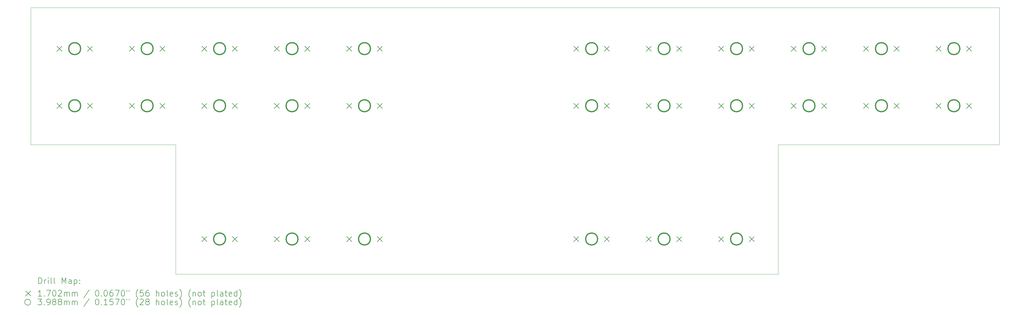
<source format=gbr>
%TF.GenerationSoftware,KiCad,Pcbnew,7.0.11*%
%TF.CreationDate,2024-06-12T14:29:25-04:00*%
%TF.ProjectId,StenoBoard,5374656e-6f42-46f6-9172-642e6b696361,rev?*%
%TF.SameCoordinates,Original*%
%TF.FileFunction,Drillmap*%
%TF.FilePolarity,Positive*%
%FSLAX45Y45*%
G04 Gerber Fmt 4.5, Leading zero omitted, Abs format (unit mm)*
G04 Created by KiCad (PCBNEW 7.0.11) date 2024-06-12 14:29:25*
%MOMM*%
%LPD*%
G01*
G04 APERTURE LIST*
%ADD10C,0.100000*%
%ADD11C,0.200000*%
%ADD12C,0.170180*%
%ADD13C,0.398780*%
G04 APERTURE END LIST*
D10*
X9144000Y-13208000D02*
X9144000Y-17526000D01*
X4318000Y-13208000D02*
X9144000Y-13208000D01*
X36576000Y-13208000D02*
X36576000Y-8636000D01*
X4318000Y-8890000D02*
X4318000Y-13208000D01*
X29210000Y-17526000D02*
X29210000Y-13208000D01*
X29210000Y-13208000D02*
X36576000Y-13208000D01*
X9144000Y-17526000D02*
X29210000Y-17526000D01*
X36576000Y-8636000D02*
X4318000Y-8636000D01*
X4318000Y-8636000D02*
X4318000Y-8890000D01*
D11*
D12*
X5185410Y-9918910D02*
X5355590Y-10089090D01*
X5355590Y-9918910D02*
X5185410Y-10089090D01*
X5185410Y-11823910D02*
X5355590Y-11994090D01*
X5355590Y-11823910D02*
X5185410Y-11994090D01*
X6201410Y-9918910D02*
X6371590Y-10089090D01*
X6371590Y-9918910D02*
X6201410Y-10089090D01*
X6201410Y-11823910D02*
X6371590Y-11994090D01*
X6371590Y-11823910D02*
X6201410Y-11994090D01*
X7598410Y-9918910D02*
X7768590Y-10089090D01*
X7768590Y-9918910D02*
X7598410Y-10089090D01*
X7598410Y-11823910D02*
X7768590Y-11994090D01*
X7768590Y-11823910D02*
X7598410Y-11994090D01*
X8614410Y-9918910D02*
X8784590Y-10089090D01*
X8784590Y-9918910D02*
X8614410Y-10089090D01*
X8614410Y-11823910D02*
X8784590Y-11994090D01*
X8784590Y-11823910D02*
X8614410Y-11994090D01*
X10011410Y-9918910D02*
X10181590Y-10089090D01*
X10181590Y-9918910D02*
X10011410Y-10089090D01*
X10011410Y-11823910D02*
X10181590Y-11994090D01*
X10181590Y-11823910D02*
X10011410Y-11994090D01*
X10011410Y-16268910D02*
X10181590Y-16439090D01*
X10181590Y-16268910D02*
X10011410Y-16439090D01*
X11027410Y-9918910D02*
X11197590Y-10089090D01*
X11197590Y-9918910D02*
X11027410Y-10089090D01*
X11027410Y-11823910D02*
X11197590Y-11994090D01*
X11197590Y-11823910D02*
X11027410Y-11994090D01*
X11027410Y-16268910D02*
X11197590Y-16439090D01*
X11197590Y-16268910D02*
X11027410Y-16439090D01*
X12424410Y-9918910D02*
X12594590Y-10089090D01*
X12594590Y-9918910D02*
X12424410Y-10089090D01*
X12424410Y-11823910D02*
X12594590Y-11994090D01*
X12594590Y-11823910D02*
X12424410Y-11994090D01*
X12424410Y-16268910D02*
X12594590Y-16439090D01*
X12594590Y-16268910D02*
X12424410Y-16439090D01*
X13440410Y-9918910D02*
X13610590Y-10089090D01*
X13610590Y-9918910D02*
X13440410Y-10089090D01*
X13440410Y-11823910D02*
X13610590Y-11994090D01*
X13610590Y-11823910D02*
X13440410Y-11994090D01*
X13440410Y-16268910D02*
X13610590Y-16439090D01*
X13610590Y-16268910D02*
X13440410Y-16439090D01*
X14837410Y-9918910D02*
X15007590Y-10089090D01*
X15007590Y-9918910D02*
X14837410Y-10089090D01*
X14837410Y-11823910D02*
X15007590Y-11994090D01*
X15007590Y-11823910D02*
X14837410Y-11994090D01*
X14837410Y-16268910D02*
X15007590Y-16439090D01*
X15007590Y-16268910D02*
X14837410Y-16439090D01*
X15853410Y-9918910D02*
X16023590Y-10089090D01*
X16023590Y-9918910D02*
X15853410Y-10089090D01*
X15853410Y-11823910D02*
X16023590Y-11994090D01*
X16023590Y-11823910D02*
X15853410Y-11994090D01*
X15853410Y-16268910D02*
X16023590Y-16439090D01*
X16023590Y-16268910D02*
X15853410Y-16439090D01*
X22401910Y-9918910D02*
X22572090Y-10089090D01*
X22572090Y-9918910D02*
X22401910Y-10089090D01*
X22401910Y-11823910D02*
X22572090Y-11994090D01*
X22572090Y-11823910D02*
X22401910Y-11994090D01*
X22401910Y-16268910D02*
X22572090Y-16439090D01*
X22572090Y-16268910D02*
X22401910Y-16439090D01*
X23417910Y-9918910D02*
X23588090Y-10089090D01*
X23588090Y-9918910D02*
X23417910Y-10089090D01*
X23417910Y-11823910D02*
X23588090Y-11994090D01*
X23588090Y-11823910D02*
X23417910Y-11994090D01*
X23417910Y-16268910D02*
X23588090Y-16439090D01*
X23588090Y-16268910D02*
X23417910Y-16439090D01*
X24814910Y-9918910D02*
X24985090Y-10089090D01*
X24985090Y-9918910D02*
X24814910Y-10089090D01*
X24814910Y-11823910D02*
X24985090Y-11994090D01*
X24985090Y-11823910D02*
X24814910Y-11994090D01*
X24814910Y-16268910D02*
X24985090Y-16439090D01*
X24985090Y-16268910D02*
X24814910Y-16439090D01*
X25830910Y-9918910D02*
X26001090Y-10089090D01*
X26001090Y-9918910D02*
X25830910Y-10089090D01*
X25830910Y-11823910D02*
X26001090Y-11994090D01*
X26001090Y-11823910D02*
X25830910Y-11994090D01*
X25830910Y-16268910D02*
X26001090Y-16439090D01*
X26001090Y-16268910D02*
X25830910Y-16439090D01*
X27227910Y-9918910D02*
X27398090Y-10089090D01*
X27398090Y-9918910D02*
X27227910Y-10089090D01*
X27227910Y-11823910D02*
X27398090Y-11994090D01*
X27398090Y-11823910D02*
X27227910Y-11994090D01*
X27227910Y-16268910D02*
X27398090Y-16439090D01*
X27398090Y-16268910D02*
X27227910Y-16439090D01*
X28243910Y-9918910D02*
X28414090Y-10089090D01*
X28414090Y-9918910D02*
X28243910Y-10089090D01*
X28243910Y-11823910D02*
X28414090Y-11994090D01*
X28414090Y-11823910D02*
X28243910Y-11994090D01*
X28243910Y-16268910D02*
X28414090Y-16439090D01*
X28414090Y-16268910D02*
X28243910Y-16439090D01*
X29640910Y-9918910D02*
X29811090Y-10089090D01*
X29811090Y-9918910D02*
X29640910Y-10089090D01*
X29640910Y-11823910D02*
X29811090Y-11994090D01*
X29811090Y-11823910D02*
X29640910Y-11994090D01*
X30656910Y-9918910D02*
X30827090Y-10089090D01*
X30827090Y-9918910D02*
X30656910Y-10089090D01*
X30656910Y-11823910D02*
X30827090Y-11994090D01*
X30827090Y-11823910D02*
X30656910Y-11994090D01*
X32053910Y-9918910D02*
X32224090Y-10089090D01*
X32224090Y-9918910D02*
X32053910Y-10089090D01*
X32053910Y-11823910D02*
X32224090Y-11994090D01*
X32224090Y-11823910D02*
X32053910Y-11994090D01*
X33069910Y-9918910D02*
X33240090Y-10089090D01*
X33240090Y-9918910D02*
X33069910Y-10089090D01*
X33069910Y-11823910D02*
X33240090Y-11994090D01*
X33240090Y-11823910D02*
X33069910Y-11994090D01*
X34466910Y-9918910D02*
X34637090Y-10089090D01*
X34637090Y-9918910D02*
X34466910Y-10089090D01*
X34466910Y-11823910D02*
X34637090Y-11994090D01*
X34637090Y-11823910D02*
X34466910Y-11994090D01*
X35482910Y-9918910D02*
X35653090Y-10089090D01*
X35653090Y-9918910D02*
X35482910Y-10089090D01*
X35482910Y-11823910D02*
X35653090Y-11994090D01*
X35653090Y-11823910D02*
X35482910Y-11994090D01*
D13*
X5977890Y-10004000D02*
G75*
G03*
X5579110Y-10004000I-199390J0D01*
G01*
X5579110Y-10004000D02*
G75*
G03*
X5977890Y-10004000I199390J0D01*
G01*
X5977890Y-11909000D02*
G75*
G03*
X5579110Y-11909000I-199390J0D01*
G01*
X5579110Y-11909000D02*
G75*
G03*
X5977890Y-11909000I199390J0D01*
G01*
X8390890Y-10004000D02*
G75*
G03*
X7992110Y-10004000I-199390J0D01*
G01*
X7992110Y-10004000D02*
G75*
G03*
X8390890Y-10004000I199390J0D01*
G01*
X8390890Y-11909000D02*
G75*
G03*
X7992110Y-11909000I-199390J0D01*
G01*
X7992110Y-11909000D02*
G75*
G03*
X8390890Y-11909000I199390J0D01*
G01*
X10803890Y-10004000D02*
G75*
G03*
X10405110Y-10004000I-199390J0D01*
G01*
X10405110Y-10004000D02*
G75*
G03*
X10803890Y-10004000I199390J0D01*
G01*
X10803890Y-11909000D02*
G75*
G03*
X10405110Y-11909000I-199390J0D01*
G01*
X10405110Y-11909000D02*
G75*
G03*
X10803890Y-11909000I199390J0D01*
G01*
X10803890Y-16354000D02*
G75*
G03*
X10405110Y-16354000I-199390J0D01*
G01*
X10405110Y-16354000D02*
G75*
G03*
X10803890Y-16354000I199390J0D01*
G01*
X13216890Y-10004000D02*
G75*
G03*
X12818110Y-10004000I-199390J0D01*
G01*
X12818110Y-10004000D02*
G75*
G03*
X13216890Y-10004000I199390J0D01*
G01*
X13216890Y-11909000D02*
G75*
G03*
X12818110Y-11909000I-199390J0D01*
G01*
X12818110Y-11909000D02*
G75*
G03*
X13216890Y-11909000I199390J0D01*
G01*
X13216890Y-16354000D02*
G75*
G03*
X12818110Y-16354000I-199390J0D01*
G01*
X12818110Y-16354000D02*
G75*
G03*
X13216890Y-16354000I199390J0D01*
G01*
X15629890Y-10004000D02*
G75*
G03*
X15231110Y-10004000I-199390J0D01*
G01*
X15231110Y-10004000D02*
G75*
G03*
X15629890Y-10004000I199390J0D01*
G01*
X15629890Y-11909000D02*
G75*
G03*
X15231110Y-11909000I-199390J0D01*
G01*
X15231110Y-11909000D02*
G75*
G03*
X15629890Y-11909000I199390J0D01*
G01*
X15629890Y-16354000D02*
G75*
G03*
X15231110Y-16354000I-199390J0D01*
G01*
X15231110Y-16354000D02*
G75*
G03*
X15629890Y-16354000I199390J0D01*
G01*
X23194390Y-10004000D02*
G75*
G03*
X22795610Y-10004000I-199390J0D01*
G01*
X22795610Y-10004000D02*
G75*
G03*
X23194390Y-10004000I199390J0D01*
G01*
X23194390Y-11909000D02*
G75*
G03*
X22795610Y-11909000I-199390J0D01*
G01*
X22795610Y-11909000D02*
G75*
G03*
X23194390Y-11909000I199390J0D01*
G01*
X23194390Y-16354000D02*
G75*
G03*
X22795610Y-16354000I-199390J0D01*
G01*
X22795610Y-16354000D02*
G75*
G03*
X23194390Y-16354000I199390J0D01*
G01*
X25607390Y-10004000D02*
G75*
G03*
X25208610Y-10004000I-199390J0D01*
G01*
X25208610Y-10004000D02*
G75*
G03*
X25607390Y-10004000I199390J0D01*
G01*
X25607390Y-11909000D02*
G75*
G03*
X25208610Y-11909000I-199390J0D01*
G01*
X25208610Y-11909000D02*
G75*
G03*
X25607390Y-11909000I199390J0D01*
G01*
X25607390Y-16354000D02*
G75*
G03*
X25208610Y-16354000I-199390J0D01*
G01*
X25208610Y-16354000D02*
G75*
G03*
X25607390Y-16354000I199390J0D01*
G01*
X28020390Y-10004000D02*
G75*
G03*
X27621610Y-10004000I-199390J0D01*
G01*
X27621610Y-10004000D02*
G75*
G03*
X28020390Y-10004000I199390J0D01*
G01*
X28020390Y-11909000D02*
G75*
G03*
X27621610Y-11909000I-199390J0D01*
G01*
X27621610Y-11909000D02*
G75*
G03*
X28020390Y-11909000I199390J0D01*
G01*
X28020390Y-16354000D02*
G75*
G03*
X27621610Y-16354000I-199390J0D01*
G01*
X27621610Y-16354000D02*
G75*
G03*
X28020390Y-16354000I199390J0D01*
G01*
X30433390Y-10004000D02*
G75*
G03*
X30034610Y-10004000I-199390J0D01*
G01*
X30034610Y-10004000D02*
G75*
G03*
X30433390Y-10004000I199390J0D01*
G01*
X30433390Y-11909000D02*
G75*
G03*
X30034610Y-11909000I-199390J0D01*
G01*
X30034610Y-11909000D02*
G75*
G03*
X30433390Y-11909000I199390J0D01*
G01*
X32846390Y-10004000D02*
G75*
G03*
X32447610Y-10004000I-199390J0D01*
G01*
X32447610Y-10004000D02*
G75*
G03*
X32846390Y-10004000I199390J0D01*
G01*
X32846390Y-11909000D02*
G75*
G03*
X32447610Y-11909000I-199390J0D01*
G01*
X32447610Y-11909000D02*
G75*
G03*
X32846390Y-11909000I199390J0D01*
G01*
X35259390Y-10004000D02*
G75*
G03*
X34860610Y-10004000I-199390J0D01*
G01*
X34860610Y-10004000D02*
G75*
G03*
X35259390Y-10004000I199390J0D01*
G01*
X35259390Y-11909000D02*
G75*
G03*
X34860610Y-11909000I-199390J0D01*
G01*
X34860610Y-11909000D02*
G75*
G03*
X35259390Y-11909000I199390J0D01*
G01*
D11*
X4573777Y-17842484D02*
X4573777Y-17642484D01*
X4573777Y-17642484D02*
X4621396Y-17642484D01*
X4621396Y-17642484D02*
X4649967Y-17652008D01*
X4649967Y-17652008D02*
X4669015Y-17671055D01*
X4669015Y-17671055D02*
X4678539Y-17690103D01*
X4678539Y-17690103D02*
X4688063Y-17728198D01*
X4688063Y-17728198D02*
X4688063Y-17756770D01*
X4688063Y-17756770D02*
X4678539Y-17794865D01*
X4678539Y-17794865D02*
X4669015Y-17813912D01*
X4669015Y-17813912D02*
X4649967Y-17832960D01*
X4649967Y-17832960D02*
X4621396Y-17842484D01*
X4621396Y-17842484D02*
X4573777Y-17842484D01*
X4773777Y-17842484D02*
X4773777Y-17709150D01*
X4773777Y-17747246D02*
X4783301Y-17728198D01*
X4783301Y-17728198D02*
X4792824Y-17718674D01*
X4792824Y-17718674D02*
X4811872Y-17709150D01*
X4811872Y-17709150D02*
X4830920Y-17709150D01*
X4897586Y-17842484D02*
X4897586Y-17709150D01*
X4897586Y-17642484D02*
X4888063Y-17652008D01*
X4888063Y-17652008D02*
X4897586Y-17661531D01*
X4897586Y-17661531D02*
X4907110Y-17652008D01*
X4907110Y-17652008D02*
X4897586Y-17642484D01*
X4897586Y-17642484D02*
X4897586Y-17661531D01*
X5021396Y-17842484D02*
X5002348Y-17832960D01*
X5002348Y-17832960D02*
X4992824Y-17813912D01*
X4992824Y-17813912D02*
X4992824Y-17642484D01*
X5126158Y-17842484D02*
X5107110Y-17832960D01*
X5107110Y-17832960D02*
X5097586Y-17813912D01*
X5097586Y-17813912D02*
X5097586Y-17642484D01*
X5354729Y-17842484D02*
X5354729Y-17642484D01*
X5354729Y-17642484D02*
X5421396Y-17785341D01*
X5421396Y-17785341D02*
X5488063Y-17642484D01*
X5488063Y-17642484D02*
X5488063Y-17842484D01*
X5669015Y-17842484D02*
X5669015Y-17737722D01*
X5669015Y-17737722D02*
X5659491Y-17718674D01*
X5659491Y-17718674D02*
X5640443Y-17709150D01*
X5640443Y-17709150D02*
X5602348Y-17709150D01*
X5602348Y-17709150D02*
X5583301Y-17718674D01*
X5669015Y-17832960D02*
X5649967Y-17842484D01*
X5649967Y-17842484D02*
X5602348Y-17842484D01*
X5602348Y-17842484D02*
X5583301Y-17832960D01*
X5583301Y-17832960D02*
X5573777Y-17813912D01*
X5573777Y-17813912D02*
X5573777Y-17794865D01*
X5573777Y-17794865D02*
X5583301Y-17775817D01*
X5583301Y-17775817D02*
X5602348Y-17766293D01*
X5602348Y-17766293D02*
X5649967Y-17766293D01*
X5649967Y-17766293D02*
X5669015Y-17756770D01*
X5764253Y-17709150D02*
X5764253Y-17909150D01*
X5764253Y-17718674D02*
X5783301Y-17709150D01*
X5783301Y-17709150D02*
X5821396Y-17709150D01*
X5821396Y-17709150D02*
X5840443Y-17718674D01*
X5840443Y-17718674D02*
X5849967Y-17728198D01*
X5849967Y-17728198D02*
X5859491Y-17747246D01*
X5859491Y-17747246D02*
X5859491Y-17804389D01*
X5859491Y-17804389D02*
X5849967Y-17823436D01*
X5849967Y-17823436D02*
X5840443Y-17832960D01*
X5840443Y-17832960D02*
X5821396Y-17842484D01*
X5821396Y-17842484D02*
X5783301Y-17842484D01*
X5783301Y-17842484D02*
X5764253Y-17832960D01*
X5945205Y-17823436D02*
X5954729Y-17832960D01*
X5954729Y-17832960D02*
X5945205Y-17842484D01*
X5945205Y-17842484D02*
X5935682Y-17832960D01*
X5935682Y-17832960D02*
X5945205Y-17823436D01*
X5945205Y-17823436D02*
X5945205Y-17842484D01*
X5945205Y-17718674D02*
X5954729Y-17728198D01*
X5954729Y-17728198D02*
X5945205Y-17737722D01*
X5945205Y-17737722D02*
X5935682Y-17728198D01*
X5935682Y-17728198D02*
X5945205Y-17718674D01*
X5945205Y-17718674D02*
X5945205Y-17737722D01*
D12*
X4142820Y-18085910D02*
X4313000Y-18256090D01*
X4313000Y-18085910D02*
X4142820Y-18256090D01*
D11*
X4678539Y-18262484D02*
X4564253Y-18262484D01*
X4621396Y-18262484D02*
X4621396Y-18062484D01*
X4621396Y-18062484D02*
X4602348Y-18091055D01*
X4602348Y-18091055D02*
X4583301Y-18110103D01*
X4583301Y-18110103D02*
X4564253Y-18119627D01*
X4764253Y-18243436D02*
X4773777Y-18252960D01*
X4773777Y-18252960D02*
X4764253Y-18262484D01*
X4764253Y-18262484D02*
X4754729Y-18252960D01*
X4754729Y-18252960D02*
X4764253Y-18243436D01*
X4764253Y-18243436D02*
X4764253Y-18262484D01*
X4840444Y-18062484D02*
X4973777Y-18062484D01*
X4973777Y-18062484D02*
X4888063Y-18262484D01*
X5088063Y-18062484D02*
X5107110Y-18062484D01*
X5107110Y-18062484D02*
X5126158Y-18072008D01*
X5126158Y-18072008D02*
X5135682Y-18081531D01*
X5135682Y-18081531D02*
X5145205Y-18100579D01*
X5145205Y-18100579D02*
X5154729Y-18138674D01*
X5154729Y-18138674D02*
X5154729Y-18186293D01*
X5154729Y-18186293D02*
X5145205Y-18224389D01*
X5145205Y-18224389D02*
X5135682Y-18243436D01*
X5135682Y-18243436D02*
X5126158Y-18252960D01*
X5126158Y-18252960D02*
X5107110Y-18262484D01*
X5107110Y-18262484D02*
X5088063Y-18262484D01*
X5088063Y-18262484D02*
X5069015Y-18252960D01*
X5069015Y-18252960D02*
X5059491Y-18243436D01*
X5059491Y-18243436D02*
X5049967Y-18224389D01*
X5049967Y-18224389D02*
X5040444Y-18186293D01*
X5040444Y-18186293D02*
X5040444Y-18138674D01*
X5040444Y-18138674D02*
X5049967Y-18100579D01*
X5049967Y-18100579D02*
X5059491Y-18081531D01*
X5059491Y-18081531D02*
X5069015Y-18072008D01*
X5069015Y-18072008D02*
X5088063Y-18062484D01*
X5230920Y-18081531D02*
X5240444Y-18072008D01*
X5240444Y-18072008D02*
X5259491Y-18062484D01*
X5259491Y-18062484D02*
X5307110Y-18062484D01*
X5307110Y-18062484D02*
X5326158Y-18072008D01*
X5326158Y-18072008D02*
X5335682Y-18081531D01*
X5335682Y-18081531D02*
X5345205Y-18100579D01*
X5345205Y-18100579D02*
X5345205Y-18119627D01*
X5345205Y-18119627D02*
X5335682Y-18148198D01*
X5335682Y-18148198D02*
X5221396Y-18262484D01*
X5221396Y-18262484D02*
X5345205Y-18262484D01*
X5430920Y-18262484D02*
X5430920Y-18129150D01*
X5430920Y-18148198D02*
X5440444Y-18138674D01*
X5440444Y-18138674D02*
X5459491Y-18129150D01*
X5459491Y-18129150D02*
X5488063Y-18129150D01*
X5488063Y-18129150D02*
X5507110Y-18138674D01*
X5507110Y-18138674D02*
X5516634Y-18157722D01*
X5516634Y-18157722D02*
X5516634Y-18262484D01*
X5516634Y-18157722D02*
X5526158Y-18138674D01*
X5526158Y-18138674D02*
X5545205Y-18129150D01*
X5545205Y-18129150D02*
X5573777Y-18129150D01*
X5573777Y-18129150D02*
X5592824Y-18138674D01*
X5592824Y-18138674D02*
X5602348Y-18157722D01*
X5602348Y-18157722D02*
X5602348Y-18262484D01*
X5697586Y-18262484D02*
X5697586Y-18129150D01*
X5697586Y-18148198D02*
X5707110Y-18138674D01*
X5707110Y-18138674D02*
X5726158Y-18129150D01*
X5726158Y-18129150D02*
X5754729Y-18129150D01*
X5754729Y-18129150D02*
X5773777Y-18138674D01*
X5773777Y-18138674D02*
X5783301Y-18157722D01*
X5783301Y-18157722D02*
X5783301Y-18262484D01*
X5783301Y-18157722D02*
X5792824Y-18138674D01*
X5792824Y-18138674D02*
X5811872Y-18129150D01*
X5811872Y-18129150D02*
X5840443Y-18129150D01*
X5840443Y-18129150D02*
X5859491Y-18138674D01*
X5859491Y-18138674D02*
X5869015Y-18157722D01*
X5869015Y-18157722D02*
X5869015Y-18262484D01*
X6259491Y-18052960D02*
X6088063Y-18310103D01*
X6516634Y-18062484D02*
X6535682Y-18062484D01*
X6535682Y-18062484D02*
X6554729Y-18072008D01*
X6554729Y-18072008D02*
X6564253Y-18081531D01*
X6564253Y-18081531D02*
X6573777Y-18100579D01*
X6573777Y-18100579D02*
X6583301Y-18138674D01*
X6583301Y-18138674D02*
X6583301Y-18186293D01*
X6583301Y-18186293D02*
X6573777Y-18224389D01*
X6573777Y-18224389D02*
X6564253Y-18243436D01*
X6564253Y-18243436D02*
X6554729Y-18252960D01*
X6554729Y-18252960D02*
X6535682Y-18262484D01*
X6535682Y-18262484D02*
X6516634Y-18262484D01*
X6516634Y-18262484D02*
X6497586Y-18252960D01*
X6497586Y-18252960D02*
X6488063Y-18243436D01*
X6488063Y-18243436D02*
X6478539Y-18224389D01*
X6478539Y-18224389D02*
X6469015Y-18186293D01*
X6469015Y-18186293D02*
X6469015Y-18138674D01*
X6469015Y-18138674D02*
X6478539Y-18100579D01*
X6478539Y-18100579D02*
X6488063Y-18081531D01*
X6488063Y-18081531D02*
X6497586Y-18072008D01*
X6497586Y-18072008D02*
X6516634Y-18062484D01*
X6669015Y-18243436D02*
X6678539Y-18252960D01*
X6678539Y-18252960D02*
X6669015Y-18262484D01*
X6669015Y-18262484D02*
X6659491Y-18252960D01*
X6659491Y-18252960D02*
X6669015Y-18243436D01*
X6669015Y-18243436D02*
X6669015Y-18262484D01*
X6802348Y-18062484D02*
X6821396Y-18062484D01*
X6821396Y-18062484D02*
X6840444Y-18072008D01*
X6840444Y-18072008D02*
X6849967Y-18081531D01*
X6849967Y-18081531D02*
X6859491Y-18100579D01*
X6859491Y-18100579D02*
X6869015Y-18138674D01*
X6869015Y-18138674D02*
X6869015Y-18186293D01*
X6869015Y-18186293D02*
X6859491Y-18224389D01*
X6859491Y-18224389D02*
X6849967Y-18243436D01*
X6849967Y-18243436D02*
X6840444Y-18252960D01*
X6840444Y-18252960D02*
X6821396Y-18262484D01*
X6821396Y-18262484D02*
X6802348Y-18262484D01*
X6802348Y-18262484D02*
X6783301Y-18252960D01*
X6783301Y-18252960D02*
X6773777Y-18243436D01*
X6773777Y-18243436D02*
X6764253Y-18224389D01*
X6764253Y-18224389D02*
X6754729Y-18186293D01*
X6754729Y-18186293D02*
X6754729Y-18138674D01*
X6754729Y-18138674D02*
X6764253Y-18100579D01*
X6764253Y-18100579D02*
X6773777Y-18081531D01*
X6773777Y-18081531D02*
X6783301Y-18072008D01*
X6783301Y-18072008D02*
X6802348Y-18062484D01*
X7040444Y-18062484D02*
X7002348Y-18062484D01*
X7002348Y-18062484D02*
X6983301Y-18072008D01*
X6983301Y-18072008D02*
X6973777Y-18081531D01*
X6973777Y-18081531D02*
X6954729Y-18110103D01*
X6954729Y-18110103D02*
X6945206Y-18148198D01*
X6945206Y-18148198D02*
X6945206Y-18224389D01*
X6945206Y-18224389D02*
X6954729Y-18243436D01*
X6954729Y-18243436D02*
X6964253Y-18252960D01*
X6964253Y-18252960D02*
X6983301Y-18262484D01*
X6983301Y-18262484D02*
X7021396Y-18262484D01*
X7021396Y-18262484D02*
X7040444Y-18252960D01*
X7040444Y-18252960D02*
X7049967Y-18243436D01*
X7049967Y-18243436D02*
X7059491Y-18224389D01*
X7059491Y-18224389D02*
X7059491Y-18176770D01*
X7059491Y-18176770D02*
X7049967Y-18157722D01*
X7049967Y-18157722D02*
X7040444Y-18148198D01*
X7040444Y-18148198D02*
X7021396Y-18138674D01*
X7021396Y-18138674D02*
X6983301Y-18138674D01*
X6983301Y-18138674D02*
X6964253Y-18148198D01*
X6964253Y-18148198D02*
X6954729Y-18157722D01*
X6954729Y-18157722D02*
X6945206Y-18176770D01*
X7126158Y-18062484D02*
X7259491Y-18062484D01*
X7259491Y-18062484D02*
X7173777Y-18262484D01*
X7373777Y-18062484D02*
X7392825Y-18062484D01*
X7392825Y-18062484D02*
X7411872Y-18072008D01*
X7411872Y-18072008D02*
X7421396Y-18081531D01*
X7421396Y-18081531D02*
X7430920Y-18100579D01*
X7430920Y-18100579D02*
X7440444Y-18138674D01*
X7440444Y-18138674D02*
X7440444Y-18186293D01*
X7440444Y-18186293D02*
X7430920Y-18224389D01*
X7430920Y-18224389D02*
X7421396Y-18243436D01*
X7421396Y-18243436D02*
X7411872Y-18252960D01*
X7411872Y-18252960D02*
X7392825Y-18262484D01*
X7392825Y-18262484D02*
X7373777Y-18262484D01*
X7373777Y-18262484D02*
X7354729Y-18252960D01*
X7354729Y-18252960D02*
X7345206Y-18243436D01*
X7345206Y-18243436D02*
X7335682Y-18224389D01*
X7335682Y-18224389D02*
X7326158Y-18186293D01*
X7326158Y-18186293D02*
X7326158Y-18138674D01*
X7326158Y-18138674D02*
X7335682Y-18100579D01*
X7335682Y-18100579D02*
X7345206Y-18081531D01*
X7345206Y-18081531D02*
X7354729Y-18072008D01*
X7354729Y-18072008D02*
X7373777Y-18062484D01*
X7516634Y-18062484D02*
X7516634Y-18100579D01*
X7592825Y-18062484D02*
X7592825Y-18100579D01*
X7888063Y-18338674D02*
X7878539Y-18329150D01*
X7878539Y-18329150D02*
X7859491Y-18300579D01*
X7859491Y-18300579D02*
X7849968Y-18281531D01*
X7849968Y-18281531D02*
X7840444Y-18252960D01*
X7840444Y-18252960D02*
X7830920Y-18205341D01*
X7830920Y-18205341D02*
X7830920Y-18167246D01*
X7830920Y-18167246D02*
X7840444Y-18119627D01*
X7840444Y-18119627D02*
X7849968Y-18091055D01*
X7849968Y-18091055D02*
X7859491Y-18072008D01*
X7859491Y-18072008D02*
X7878539Y-18043436D01*
X7878539Y-18043436D02*
X7888063Y-18033912D01*
X8059491Y-18062484D02*
X7964253Y-18062484D01*
X7964253Y-18062484D02*
X7954729Y-18157722D01*
X7954729Y-18157722D02*
X7964253Y-18148198D01*
X7964253Y-18148198D02*
X7983301Y-18138674D01*
X7983301Y-18138674D02*
X8030920Y-18138674D01*
X8030920Y-18138674D02*
X8049968Y-18148198D01*
X8049968Y-18148198D02*
X8059491Y-18157722D01*
X8059491Y-18157722D02*
X8069015Y-18176770D01*
X8069015Y-18176770D02*
X8069015Y-18224389D01*
X8069015Y-18224389D02*
X8059491Y-18243436D01*
X8059491Y-18243436D02*
X8049968Y-18252960D01*
X8049968Y-18252960D02*
X8030920Y-18262484D01*
X8030920Y-18262484D02*
X7983301Y-18262484D01*
X7983301Y-18262484D02*
X7964253Y-18252960D01*
X7964253Y-18252960D02*
X7954729Y-18243436D01*
X8240444Y-18062484D02*
X8202348Y-18062484D01*
X8202348Y-18062484D02*
X8183301Y-18072008D01*
X8183301Y-18072008D02*
X8173777Y-18081531D01*
X8173777Y-18081531D02*
X8154729Y-18110103D01*
X8154729Y-18110103D02*
X8145206Y-18148198D01*
X8145206Y-18148198D02*
X8145206Y-18224389D01*
X8145206Y-18224389D02*
X8154729Y-18243436D01*
X8154729Y-18243436D02*
X8164253Y-18252960D01*
X8164253Y-18252960D02*
X8183301Y-18262484D01*
X8183301Y-18262484D02*
X8221396Y-18262484D01*
X8221396Y-18262484D02*
X8240444Y-18252960D01*
X8240444Y-18252960D02*
X8249968Y-18243436D01*
X8249968Y-18243436D02*
X8259491Y-18224389D01*
X8259491Y-18224389D02*
X8259491Y-18176770D01*
X8259491Y-18176770D02*
X8249968Y-18157722D01*
X8249968Y-18157722D02*
X8240444Y-18148198D01*
X8240444Y-18148198D02*
X8221396Y-18138674D01*
X8221396Y-18138674D02*
X8183301Y-18138674D01*
X8183301Y-18138674D02*
X8164253Y-18148198D01*
X8164253Y-18148198D02*
X8154729Y-18157722D01*
X8154729Y-18157722D02*
X8145206Y-18176770D01*
X8497587Y-18262484D02*
X8497587Y-18062484D01*
X8583301Y-18262484D02*
X8583301Y-18157722D01*
X8583301Y-18157722D02*
X8573777Y-18138674D01*
X8573777Y-18138674D02*
X8554730Y-18129150D01*
X8554730Y-18129150D02*
X8526158Y-18129150D01*
X8526158Y-18129150D02*
X8507111Y-18138674D01*
X8507111Y-18138674D02*
X8497587Y-18148198D01*
X8707111Y-18262484D02*
X8688063Y-18252960D01*
X8688063Y-18252960D02*
X8678539Y-18243436D01*
X8678539Y-18243436D02*
X8669015Y-18224389D01*
X8669015Y-18224389D02*
X8669015Y-18167246D01*
X8669015Y-18167246D02*
X8678539Y-18148198D01*
X8678539Y-18148198D02*
X8688063Y-18138674D01*
X8688063Y-18138674D02*
X8707111Y-18129150D01*
X8707111Y-18129150D02*
X8735682Y-18129150D01*
X8735682Y-18129150D02*
X8754730Y-18138674D01*
X8754730Y-18138674D02*
X8764253Y-18148198D01*
X8764253Y-18148198D02*
X8773777Y-18167246D01*
X8773777Y-18167246D02*
X8773777Y-18224389D01*
X8773777Y-18224389D02*
X8764253Y-18243436D01*
X8764253Y-18243436D02*
X8754730Y-18252960D01*
X8754730Y-18252960D02*
X8735682Y-18262484D01*
X8735682Y-18262484D02*
X8707111Y-18262484D01*
X8888063Y-18262484D02*
X8869015Y-18252960D01*
X8869015Y-18252960D02*
X8859492Y-18233912D01*
X8859492Y-18233912D02*
X8859492Y-18062484D01*
X9040444Y-18252960D02*
X9021396Y-18262484D01*
X9021396Y-18262484D02*
X8983301Y-18262484D01*
X8983301Y-18262484D02*
X8964253Y-18252960D01*
X8964253Y-18252960D02*
X8954730Y-18233912D01*
X8954730Y-18233912D02*
X8954730Y-18157722D01*
X8954730Y-18157722D02*
X8964253Y-18138674D01*
X8964253Y-18138674D02*
X8983301Y-18129150D01*
X8983301Y-18129150D02*
X9021396Y-18129150D01*
X9021396Y-18129150D02*
X9040444Y-18138674D01*
X9040444Y-18138674D02*
X9049968Y-18157722D01*
X9049968Y-18157722D02*
X9049968Y-18176770D01*
X9049968Y-18176770D02*
X8954730Y-18195817D01*
X9126158Y-18252960D02*
X9145206Y-18262484D01*
X9145206Y-18262484D02*
X9183301Y-18262484D01*
X9183301Y-18262484D02*
X9202349Y-18252960D01*
X9202349Y-18252960D02*
X9211873Y-18233912D01*
X9211873Y-18233912D02*
X9211873Y-18224389D01*
X9211873Y-18224389D02*
X9202349Y-18205341D01*
X9202349Y-18205341D02*
X9183301Y-18195817D01*
X9183301Y-18195817D02*
X9154730Y-18195817D01*
X9154730Y-18195817D02*
X9135682Y-18186293D01*
X9135682Y-18186293D02*
X9126158Y-18167246D01*
X9126158Y-18167246D02*
X9126158Y-18157722D01*
X9126158Y-18157722D02*
X9135682Y-18138674D01*
X9135682Y-18138674D02*
X9154730Y-18129150D01*
X9154730Y-18129150D02*
X9183301Y-18129150D01*
X9183301Y-18129150D02*
X9202349Y-18138674D01*
X9278539Y-18338674D02*
X9288063Y-18329150D01*
X9288063Y-18329150D02*
X9307111Y-18300579D01*
X9307111Y-18300579D02*
X9316634Y-18281531D01*
X9316634Y-18281531D02*
X9326158Y-18252960D01*
X9326158Y-18252960D02*
X9335682Y-18205341D01*
X9335682Y-18205341D02*
X9335682Y-18167246D01*
X9335682Y-18167246D02*
X9326158Y-18119627D01*
X9326158Y-18119627D02*
X9316634Y-18091055D01*
X9316634Y-18091055D02*
X9307111Y-18072008D01*
X9307111Y-18072008D02*
X9288063Y-18043436D01*
X9288063Y-18043436D02*
X9278539Y-18033912D01*
X9640444Y-18338674D02*
X9630920Y-18329150D01*
X9630920Y-18329150D02*
X9611873Y-18300579D01*
X9611873Y-18300579D02*
X9602349Y-18281531D01*
X9602349Y-18281531D02*
X9592825Y-18252960D01*
X9592825Y-18252960D02*
X9583301Y-18205341D01*
X9583301Y-18205341D02*
X9583301Y-18167246D01*
X9583301Y-18167246D02*
X9592825Y-18119627D01*
X9592825Y-18119627D02*
X9602349Y-18091055D01*
X9602349Y-18091055D02*
X9611873Y-18072008D01*
X9611873Y-18072008D02*
X9630920Y-18043436D01*
X9630920Y-18043436D02*
X9640444Y-18033912D01*
X9716634Y-18129150D02*
X9716634Y-18262484D01*
X9716634Y-18148198D02*
X9726158Y-18138674D01*
X9726158Y-18138674D02*
X9745206Y-18129150D01*
X9745206Y-18129150D02*
X9773777Y-18129150D01*
X9773777Y-18129150D02*
X9792825Y-18138674D01*
X9792825Y-18138674D02*
X9802349Y-18157722D01*
X9802349Y-18157722D02*
X9802349Y-18262484D01*
X9926158Y-18262484D02*
X9907111Y-18252960D01*
X9907111Y-18252960D02*
X9897587Y-18243436D01*
X9897587Y-18243436D02*
X9888063Y-18224389D01*
X9888063Y-18224389D02*
X9888063Y-18167246D01*
X9888063Y-18167246D02*
X9897587Y-18148198D01*
X9897587Y-18148198D02*
X9907111Y-18138674D01*
X9907111Y-18138674D02*
X9926158Y-18129150D01*
X9926158Y-18129150D02*
X9954730Y-18129150D01*
X9954730Y-18129150D02*
X9973777Y-18138674D01*
X9973777Y-18138674D02*
X9983301Y-18148198D01*
X9983301Y-18148198D02*
X9992825Y-18167246D01*
X9992825Y-18167246D02*
X9992825Y-18224389D01*
X9992825Y-18224389D02*
X9983301Y-18243436D01*
X9983301Y-18243436D02*
X9973777Y-18252960D01*
X9973777Y-18252960D02*
X9954730Y-18262484D01*
X9954730Y-18262484D02*
X9926158Y-18262484D01*
X10049968Y-18129150D02*
X10126158Y-18129150D01*
X10078539Y-18062484D02*
X10078539Y-18233912D01*
X10078539Y-18233912D02*
X10088063Y-18252960D01*
X10088063Y-18252960D02*
X10107111Y-18262484D01*
X10107111Y-18262484D02*
X10126158Y-18262484D01*
X10345206Y-18129150D02*
X10345206Y-18329150D01*
X10345206Y-18138674D02*
X10364254Y-18129150D01*
X10364254Y-18129150D02*
X10402349Y-18129150D01*
X10402349Y-18129150D02*
X10421396Y-18138674D01*
X10421396Y-18138674D02*
X10430920Y-18148198D01*
X10430920Y-18148198D02*
X10440444Y-18167246D01*
X10440444Y-18167246D02*
X10440444Y-18224389D01*
X10440444Y-18224389D02*
X10430920Y-18243436D01*
X10430920Y-18243436D02*
X10421396Y-18252960D01*
X10421396Y-18252960D02*
X10402349Y-18262484D01*
X10402349Y-18262484D02*
X10364254Y-18262484D01*
X10364254Y-18262484D02*
X10345206Y-18252960D01*
X10554730Y-18262484D02*
X10535682Y-18252960D01*
X10535682Y-18252960D02*
X10526158Y-18233912D01*
X10526158Y-18233912D02*
X10526158Y-18062484D01*
X10716635Y-18262484D02*
X10716635Y-18157722D01*
X10716635Y-18157722D02*
X10707111Y-18138674D01*
X10707111Y-18138674D02*
X10688063Y-18129150D01*
X10688063Y-18129150D02*
X10649968Y-18129150D01*
X10649968Y-18129150D02*
X10630920Y-18138674D01*
X10716635Y-18252960D02*
X10697587Y-18262484D01*
X10697587Y-18262484D02*
X10649968Y-18262484D01*
X10649968Y-18262484D02*
X10630920Y-18252960D01*
X10630920Y-18252960D02*
X10621396Y-18233912D01*
X10621396Y-18233912D02*
X10621396Y-18214865D01*
X10621396Y-18214865D02*
X10630920Y-18195817D01*
X10630920Y-18195817D02*
X10649968Y-18186293D01*
X10649968Y-18186293D02*
X10697587Y-18186293D01*
X10697587Y-18186293D02*
X10716635Y-18176770D01*
X10783301Y-18129150D02*
X10859492Y-18129150D01*
X10811873Y-18062484D02*
X10811873Y-18233912D01*
X10811873Y-18233912D02*
X10821396Y-18252960D01*
X10821396Y-18252960D02*
X10840444Y-18262484D01*
X10840444Y-18262484D02*
X10859492Y-18262484D01*
X11002349Y-18252960D02*
X10983301Y-18262484D01*
X10983301Y-18262484D02*
X10945206Y-18262484D01*
X10945206Y-18262484D02*
X10926158Y-18252960D01*
X10926158Y-18252960D02*
X10916635Y-18233912D01*
X10916635Y-18233912D02*
X10916635Y-18157722D01*
X10916635Y-18157722D02*
X10926158Y-18138674D01*
X10926158Y-18138674D02*
X10945206Y-18129150D01*
X10945206Y-18129150D02*
X10983301Y-18129150D01*
X10983301Y-18129150D02*
X11002349Y-18138674D01*
X11002349Y-18138674D02*
X11011873Y-18157722D01*
X11011873Y-18157722D02*
X11011873Y-18176770D01*
X11011873Y-18176770D02*
X10916635Y-18195817D01*
X11183301Y-18262484D02*
X11183301Y-18062484D01*
X11183301Y-18252960D02*
X11164254Y-18262484D01*
X11164254Y-18262484D02*
X11126158Y-18262484D01*
X11126158Y-18262484D02*
X11107111Y-18252960D01*
X11107111Y-18252960D02*
X11097587Y-18243436D01*
X11097587Y-18243436D02*
X11088063Y-18224389D01*
X11088063Y-18224389D02*
X11088063Y-18167246D01*
X11088063Y-18167246D02*
X11097587Y-18148198D01*
X11097587Y-18148198D02*
X11107111Y-18138674D01*
X11107111Y-18138674D02*
X11126158Y-18129150D01*
X11126158Y-18129150D02*
X11164254Y-18129150D01*
X11164254Y-18129150D02*
X11183301Y-18138674D01*
X11259492Y-18338674D02*
X11269015Y-18329150D01*
X11269015Y-18329150D02*
X11288063Y-18300579D01*
X11288063Y-18300579D02*
X11297587Y-18281531D01*
X11297587Y-18281531D02*
X11307111Y-18252960D01*
X11307111Y-18252960D02*
X11316634Y-18205341D01*
X11316634Y-18205341D02*
X11316634Y-18167246D01*
X11316634Y-18167246D02*
X11307111Y-18119627D01*
X11307111Y-18119627D02*
X11297587Y-18091055D01*
X11297587Y-18091055D02*
X11288063Y-18072008D01*
X11288063Y-18072008D02*
X11269015Y-18043436D01*
X11269015Y-18043436D02*
X11259492Y-18033912D01*
X4313000Y-18461180D02*
G75*
G03*
X4113000Y-18461180I-100000J0D01*
G01*
X4113000Y-18461180D02*
G75*
G03*
X4313000Y-18461180I100000J0D01*
G01*
X4554729Y-18352664D02*
X4678539Y-18352664D01*
X4678539Y-18352664D02*
X4611872Y-18428854D01*
X4611872Y-18428854D02*
X4640444Y-18428854D01*
X4640444Y-18428854D02*
X4659491Y-18438378D01*
X4659491Y-18438378D02*
X4669015Y-18447902D01*
X4669015Y-18447902D02*
X4678539Y-18466950D01*
X4678539Y-18466950D02*
X4678539Y-18514569D01*
X4678539Y-18514569D02*
X4669015Y-18533616D01*
X4669015Y-18533616D02*
X4659491Y-18543140D01*
X4659491Y-18543140D02*
X4640444Y-18552664D01*
X4640444Y-18552664D02*
X4583301Y-18552664D01*
X4583301Y-18552664D02*
X4564253Y-18543140D01*
X4564253Y-18543140D02*
X4554729Y-18533616D01*
X4764253Y-18533616D02*
X4773777Y-18543140D01*
X4773777Y-18543140D02*
X4764253Y-18552664D01*
X4764253Y-18552664D02*
X4754729Y-18543140D01*
X4754729Y-18543140D02*
X4764253Y-18533616D01*
X4764253Y-18533616D02*
X4764253Y-18552664D01*
X4869015Y-18552664D02*
X4907110Y-18552664D01*
X4907110Y-18552664D02*
X4926158Y-18543140D01*
X4926158Y-18543140D02*
X4935682Y-18533616D01*
X4935682Y-18533616D02*
X4954729Y-18505045D01*
X4954729Y-18505045D02*
X4964253Y-18466950D01*
X4964253Y-18466950D02*
X4964253Y-18390759D01*
X4964253Y-18390759D02*
X4954729Y-18371711D01*
X4954729Y-18371711D02*
X4945205Y-18362188D01*
X4945205Y-18362188D02*
X4926158Y-18352664D01*
X4926158Y-18352664D02*
X4888063Y-18352664D01*
X4888063Y-18352664D02*
X4869015Y-18362188D01*
X4869015Y-18362188D02*
X4859491Y-18371711D01*
X4859491Y-18371711D02*
X4849967Y-18390759D01*
X4849967Y-18390759D02*
X4849967Y-18438378D01*
X4849967Y-18438378D02*
X4859491Y-18457426D01*
X4859491Y-18457426D02*
X4869015Y-18466950D01*
X4869015Y-18466950D02*
X4888063Y-18476473D01*
X4888063Y-18476473D02*
X4926158Y-18476473D01*
X4926158Y-18476473D02*
X4945205Y-18466950D01*
X4945205Y-18466950D02*
X4954729Y-18457426D01*
X4954729Y-18457426D02*
X4964253Y-18438378D01*
X5078539Y-18438378D02*
X5059491Y-18428854D01*
X5059491Y-18428854D02*
X5049967Y-18419330D01*
X5049967Y-18419330D02*
X5040444Y-18400283D01*
X5040444Y-18400283D02*
X5040444Y-18390759D01*
X5040444Y-18390759D02*
X5049967Y-18371711D01*
X5049967Y-18371711D02*
X5059491Y-18362188D01*
X5059491Y-18362188D02*
X5078539Y-18352664D01*
X5078539Y-18352664D02*
X5116634Y-18352664D01*
X5116634Y-18352664D02*
X5135682Y-18362188D01*
X5135682Y-18362188D02*
X5145205Y-18371711D01*
X5145205Y-18371711D02*
X5154729Y-18390759D01*
X5154729Y-18390759D02*
X5154729Y-18400283D01*
X5154729Y-18400283D02*
X5145205Y-18419330D01*
X5145205Y-18419330D02*
X5135682Y-18428854D01*
X5135682Y-18428854D02*
X5116634Y-18438378D01*
X5116634Y-18438378D02*
X5078539Y-18438378D01*
X5078539Y-18438378D02*
X5059491Y-18447902D01*
X5059491Y-18447902D02*
X5049967Y-18457426D01*
X5049967Y-18457426D02*
X5040444Y-18476473D01*
X5040444Y-18476473D02*
X5040444Y-18514569D01*
X5040444Y-18514569D02*
X5049967Y-18533616D01*
X5049967Y-18533616D02*
X5059491Y-18543140D01*
X5059491Y-18543140D02*
X5078539Y-18552664D01*
X5078539Y-18552664D02*
X5116634Y-18552664D01*
X5116634Y-18552664D02*
X5135682Y-18543140D01*
X5135682Y-18543140D02*
X5145205Y-18533616D01*
X5145205Y-18533616D02*
X5154729Y-18514569D01*
X5154729Y-18514569D02*
X5154729Y-18476473D01*
X5154729Y-18476473D02*
X5145205Y-18457426D01*
X5145205Y-18457426D02*
X5135682Y-18447902D01*
X5135682Y-18447902D02*
X5116634Y-18438378D01*
X5269015Y-18438378D02*
X5249967Y-18428854D01*
X5249967Y-18428854D02*
X5240444Y-18419330D01*
X5240444Y-18419330D02*
X5230920Y-18400283D01*
X5230920Y-18400283D02*
X5230920Y-18390759D01*
X5230920Y-18390759D02*
X5240444Y-18371711D01*
X5240444Y-18371711D02*
X5249967Y-18362188D01*
X5249967Y-18362188D02*
X5269015Y-18352664D01*
X5269015Y-18352664D02*
X5307110Y-18352664D01*
X5307110Y-18352664D02*
X5326158Y-18362188D01*
X5326158Y-18362188D02*
X5335682Y-18371711D01*
X5335682Y-18371711D02*
X5345205Y-18390759D01*
X5345205Y-18390759D02*
X5345205Y-18400283D01*
X5345205Y-18400283D02*
X5335682Y-18419330D01*
X5335682Y-18419330D02*
X5326158Y-18428854D01*
X5326158Y-18428854D02*
X5307110Y-18438378D01*
X5307110Y-18438378D02*
X5269015Y-18438378D01*
X5269015Y-18438378D02*
X5249967Y-18447902D01*
X5249967Y-18447902D02*
X5240444Y-18457426D01*
X5240444Y-18457426D02*
X5230920Y-18476473D01*
X5230920Y-18476473D02*
X5230920Y-18514569D01*
X5230920Y-18514569D02*
X5240444Y-18533616D01*
X5240444Y-18533616D02*
X5249967Y-18543140D01*
X5249967Y-18543140D02*
X5269015Y-18552664D01*
X5269015Y-18552664D02*
X5307110Y-18552664D01*
X5307110Y-18552664D02*
X5326158Y-18543140D01*
X5326158Y-18543140D02*
X5335682Y-18533616D01*
X5335682Y-18533616D02*
X5345205Y-18514569D01*
X5345205Y-18514569D02*
X5345205Y-18476473D01*
X5345205Y-18476473D02*
X5335682Y-18457426D01*
X5335682Y-18457426D02*
X5326158Y-18447902D01*
X5326158Y-18447902D02*
X5307110Y-18438378D01*
X5430920Y-18552664D02*
X5430920Y-18419330D01*
X5430920Y-18438378D02*
X5440444Y-18428854D01*
X5440444Y-18428854D02*
X5459491Y-18419330D01*
X5459491Y-18419330D02*
X5488063Y-18419330D01*
X5488063Y-18419330D02*
X5507110Y-18428854D01*
X5507110Y-18428854D02*
X5516634Y-18447902D01*
X5516634Y-18447902D02*
X5516634Y-18552664D01*
X5516634Y-18447902D02*
X5526158Y-18428854D01*
X5526158Y-18428854D02*
X5545205Y-18419330D01*
X5545205Y-18419330D02*
X5573777Y-18419330D01*
X5573777Y-18419330D02*
X5592824Y-18428854D01*
X5592824Y-18428854D02*
X5602348Y-18447902D01*
X5602348Y-18447902D02*
X5602348Y-18552664D01*
X5697586Y-18552664D02*
X5697586Y-18419330D01*
X5697586Y-18438378D02*
X5707110Y-18428854D01*
X5707110Y-18428854D02*
X5726158Y-18419330D01*
X5726158Y-18419330D02*
X5754729Y-18419330D01*
X5754729Y-18419330D02*
X5773777Y-18428854D01*
X5773777Y-18428854D02*
X5783301Y-18447902D01*
X5783301Y-18447902D02*
X5783301Y-18552664D01*
X5783301Y-18447902D02*
X5792824Y-18428854D01*
X5792824Y-18428854D02*
X5811872Y-18419330D01*
X5811872Y-18419330D02*
X5840443Y-18419330D01*
X5840443Y-18419330D02*
X5859491Y-18428854D01*
X5859491Y-18428854D02*
X5869015Y-18447902D01*
X5869015Y-18447902D02*
X5869015Y-18552664D01*
X6259491Y-18343140D02*
X6088063Y-18600283D01*
X6516634Y-18352664D02*
X6535682Y-18352664D01*
X6535682Y-18352664D02*
X6554729Y-18362188D01*
X6554729Y-18362188D02*
X6564253Y-18371711D01*
X6564253Y-18371711D02*
X6573777Y-18390759D01*
X6573777Y-18390759D02*
X6583301Y-18428854D01*
X6583301Y-18428854D02*
X6583301Y-18476473D01*
X6583301Y-18476473D02*
X6573777Y-18514569D01*
X6573777Y-18514569D02*
X6564253Y-18533616D01*
X6564253Y-18533616D02*
X6554729Y-18543140D01*
X6554729Y-18543140D02*
X6535682Y-18552664D01*
X6535682Y-18552664D02*
X6516634Y-18552664D01*
X6516634Y-18552664D02*
X6497586Y-18543140D01*
X6497586Y-18543140D02*
X6488063Y-18533616D01*
X6488063Y-18533616D02*
X6478539Y-18514569D01*
X6478539Y-18514569D02*
X6469015Y-18476473D01*
X6469015Y-18476473D02*
X6469015Y-18428854D01*
X6469015Y-18428854D02*
X6478539Y-18390759D01*
X6478539Y-18390759D02*
X6488063Y-18371711D01*
X6488063Y-18371711D02*
X6497586Y-18362188D01*
X6497586Y-18362188D02*
X6516634Y-18352664D01*
X6669015Y-18533616D02*
X6678539Y-18543140D01*
X6678539Y-18543140D02*
X6669015Y-18552664D01*
X6669015Y-18552664D02*
X6659491Y-18543140D01*
X6659491Y-18543140D02*
X6669015Y-18533616D01*
X6669015Y-18533616D02*
X6669015Y-18552664D01*
X6869015Y-18552664D02*
X6754729Y-18552664D01*
X6811872Y-18552664D02*
X6811872Y-18352664D01*
X6811872Y-18352664D02*
X6792825Y-18381235D01*
X6792825Y-18381235D02*
X6773777Y-18400283D01*
X6773777Y-18400283D02*
X6754729Y-18409807D01*
X7049967Y-18352664D02*
X6954729Y-18352664D01*
X6954729Y-18352664D02*
X6945206Y-18447902D01*
X6945206Y-18447902D02*
X6954729Y-18438378D01*
X6954729Y-18438378D02*
X6973777Y-18428854D01*
X6973777Y-18428854D02*
X7021396Y-18428854D01*
X7021396Y-18428854D02*
X7040444Y-18438378D01*
X7040444Y-18438378D02*
X7049967Y-18447902D01*
X7049967Y-18447902D02*
X7059491Y-18466950D01*
X7059491Y-18466950D02*
X7059491Y-18514569D01*
X7059491Y-18514569D02*
X7049967Y-18533616D01*
X7049967Y-18533616D02*
X7040444Y-18543140D01*
X7040444Y-18543140D02*
X7021396Y-18552664D01*
X7021396Y-18552664D02*
X6973777Y-18552664D01*
X6973777Y-18552664D02*
X6954729Y-18543140D01*
X6954729Y-18543140D02*
X6945206Y-18533616D01*
X7126158Y-18352664D02*
X7259491Y-18352664D01*
X7259491Y-18352664D02*
X7173777Y-18552664D01*
X7373777Y-18352664D02*
X7392825Y-18352664D01*
X7392825Y-18352664D02*
X7411872Y-18362188D01*
X7411872Y-18362188D02*
X7421396Y-18371711D01*
X7421396Y-18371711D02*
X7430920Y-18390759D01*
X7430920Y-18390759D02*
X7440444Y-18428854D01*
X7440444Y-18428854D02*
X7440444Y-18476473D01*
X7440444Y-18476473D02*
X7430920Y-18514569D01*
X7430920Y-18514569D02*
X7421396Y-18533616D01*
X7421396Y-18533616D02*
X7411872Y-18543140D01*
X7411872Y-18543140D02*
X7392825Y-18552664D01*
X7392825Y-18552664D02*
X7373777Y-18552664D01*
X7373777Y-18552664D02*
X7354729Y-18543140D01*
X7354729Y-18543140D02*
X7345206Y-18533616D01*
X7345206Y-18533616D02*
X7335682Y-18514569D01*
X7335682Y-18514569D02*
X7326158Y-18476473D01*
X7326158Y-18476473D02*
X7326158Y-18428854D01*
X7326158Y-18428854D02*
X7335682Y-18390759D01*
X7335682Y-18390759D02*
X7345206Y-18371711D01*
X7345206Y-18371711D02*
X7354729Y-18362188D01*
X7354729Y-18362188D02*
X7373777Y-18352664D01*
X7516634Y-18352664D02*
X7516634Y-18390759D01*
X7592825Y-18352664D02*
X7592825Y-18390759D01*
X7888063Y-18628854D02*
X7878539Y-18619330D01*
X7878539Y-18619330D02*
X7859491Y-18590759D01*
X7859491Y-18590759D02*
X7849968Y-18571711D01*
X7849968Y-18571711D02*
X7840444Y-18543140D01*
X7840444Y-18543140D02*
X7830920Y-18495521D01*
X7830920Y-18495521D02*
X7830920Y-18457426D01*
X7830920Y-18457426D02*
X7840444Y-18409807D01*
X7840444Y-18409807D02*
X7849968Y-18381235D01*
X7849968Y-18381235D02*
X7859491Y-18362188D01*
X7859491Y-18362188D02*
X7878539Y-18333616D01*
X7878539Y-18333616D02*
X7888063Y-18324092D01*
X7954729Y-18371711D02*
X7964253Y-18362188D01*
X7964253Y-18362188D02*
X7983301Y-18352664D01*
X7983301Y-18352664D02*
X8030920Y-18352664D01*
X8030920Y-18352664D02*
X8049968Y-18362188D01*
X8049968Y-18362188D02*
X8059491Y-18371711D01*
X8059491Y-18371711D02*
X8069015Y-18390759D01*
X8069015Y-18390759D02*
X8069015Y-18409807D01*
X8069015Y-18409807D02*
X8059491Y-18438378D01*
X8059491Y-18438378D02*
X7945206Y-18552664D01*
X7945206Y-18552664D02*
X8069015Y-18552664D01*
X8183301Y-18438378D02*
X8164253Y-18428854D01*
X8164253Y-18428854D02*
X8154729Y-18419330D01*
X8154729Y-18419330D02*
X8145206Y-18400283D01*
X8145206Y-18400283D02*
X8145206Y-18390759D01*
X8145206Y-18390759D02*
X8154729Y-18371711D01*
X8154729Y-18371711D02*
X8164253Y-18362188D01*
X8164253Y-18362188D02*
X8183301Y-18352664D01*
X8183301Y-18352664D02*
X8221396Y-18352664D01*
X8221396Y-18352664D02*
X8240444Y-18362188D01*
X8240444Y-18362188D02*
X8249968Y-18371711D01*
X8249968Y-18371711D02*
X8259491Y-18390759D01*
X8259491Y-18390759D02*
X8259491Y-18400283D01*
X8259491Y-18400283D02*
X8249968Y-18419330D01*
X8249968Y-18419330D02*
X8240444Y-18428854D01*
X8240444Y-18428854D02*
X8221396Y-18438378D01*
X8221396Y-18438378D02*
X8183301Y-18438378D01*
X8183301Y-18438378D02*
X8164253Y-18447902D01*
X8164253Y-18447902D02*
X8154729Y-18457426D01*
X8154729Y-18457426D02*
X8145206Y-18476473D01*
X8145206Y-18476473D02*
X8145206Y-18514569D01*
X8145206Y-18514569D02*
X8154729Y-18533616D01*
X8154729Y-18533616D02*
X8164253Y-18543140D01*
X8164253Y-18543140D02*
X8183301Y-18552664D01*
X8183301Y-18552664D02*
X8221396Y-18552664D01*
X8221396Y-18552664D02*
X8240444Y-18543140D01*
X8240444Y-18543140D02*
X8249968Y-18533616D01*
X8249968Y-18533616D02*
X8259491Y-18514569D01*
X8259491Y-18514569D02*
X8259491Y-18476473D01*
X8259491Y-18476473D02*
X8249968Y-18457426D01*
X8249968Y-18457426D02*
X8240444Y-18447902D01*
X8240444Y-18447902D02*
X8221396Y-18438378D01*
X8497587Y-18552664D02*
X8497587Y-18352664D01*
X8583301Y-18552664D02*
X8583301Y-18447902D01*
X8583301Y-18447902D02*
X8573777Y-18428854D01*
X8573777Y-18428854D02*
X8554730Y-18419330D01*
X8554730Y-18419330D02*
X8526158Y-18419330D01*
X8526158Y-18419330D02*
X8507111Y-18428854D01*
X8507111Y-18428854D02*
X8497587Y-18438378D01*
X8707111Y-18552664D02*
X8688063Y-18543140D01*
X8688063Y-18543140D02*
X8678539Y-18533616D01*
X8678539Y-18533616D02*
X8669015Y-18514569D01*
X8669015Y-18514569D02*
X8669015Y-18457426D01*
X8669015Y-18457426D02*
X8678539Y-18438378D01*
X8678539Y-18438378D02*
X8688063Y-18428854D01*
X8688063Y-18428854D02*
X8707111Y-18419330D01*
X8707111Y-18419330D02*
X8735682Y-18419330D01*
X8735682Y-18419330D02*
X8754730Y-18428854D01*
X8754730Y-18428854D02*
X8764253Y-18438378D01*
X8764253Y-18438378D02*
X8773777Y-18457426D01*
X8773777Y-18457426D02*
X8773777Y-18514569D01*
X8773777Y-18514569D02*
X8764253Y-18533616D01*
X8764253Y-18533616D02*
X8754730Y-18543140D01*
X8754730Y-18543140D02*
X8735682Y-18552664D01*
X8735682Y-18552664D02*
X8707111Y-18552664D01*
X8888063Y-18552664D02*
X8869015Y-18543140D01*
X8869015Y-18543140D02*
X8859492Y-18524092D01*
X8859492Y-18524092D02*
X8859492Y-18352664D01*
X9040444Y-18543140D02*
X9021396Y-18552664D01*
X9021396Y-18552664D02*
X8983301Y-18552664D01*
X8983301Y-18552664D02*
X8964253Y-18543140D01*
X8964253Y-18543140D02*
X8954730Y-18524092D01*
X8954730Y-18524092D02*
X8954730Y-18447902D01*
X8954730Y-18447902D02*
X8964253Y-18428854D01*
X8964253Y-18428854D02*
X8983301Y-18419330D01*
X8983301Y-18419330D02*
X9021396Y-18419330D01*
X9021396Y-18419330D02*
X9040444Y-18428854D01*
X9040444Y-18428854D02*
X9049968Y-18447902D01*
X9049968Y-18447902D02*
X9049968Y-18466950D01*
X9049968Y-18466950D02*
X8954730Y-18485997D01*
X9126158Y-18543140D02*
X9145206Y-18552664D01*
X9145206Y-18552664D02*
X9183301Y-18552664D01*
X9183301Y-18552664D02*
X9202349Y-18543140D01*
X9202349Y-18543140D02*
X9211873Y-18524092D01*
X9211873Y-18524092D02*
X9211873Y-18514569D01*
X9211873Y-18514569D02*
X9202349Y-18495521D01*
X9202349Y-18495521D02*
X9183301Y-18485997D01*
X9183301Y-18485997D02*
X9154730Y-18485997D01*
X9154730Y-18485997D02*
X9135682Y-18476473D01*
X9135682Y-18476473D02*
X9126158Y-18457426D01*
X9126158Y-18457426D02*
X9126158Y-18447902D01*
X9126158Y-18447902D02*
X9135682Y-18428854D01*
X9135682Y-18428854D02*
X9154730Y-18419330D01*
X9154730Y-18419330D02*
X9183301Y-18419330D01*
X9183301Y-18419330D02*
X9202349Y-18428854D01*
X9278539Y-18628854D02*
X9288063Y-18619330D01*
X9288063Y-18619330D02*
X9307111Y-18590759D01*
X9307111Y-18590759D02*
X9316634Y-18571711D01*
X9316634Y-18571711D02*
X9326158Y-18543140D01*
X9326158Y-18543140D02*
X9335682Y-18495521D01*
X9335682Y-18495521D02*
X9335682Y-18457426D01*
X9335682Y-18457426D02*
X9326158Y-18409807D01*
X9326158Y-18409807D02*
X9316634Y-18381235D01*
X9316634Y-18381235D02*
X9307111Y-18362188D01*
X9307111Y-18362188D02*
X9288063Y-18333616D01*
X9288063Y-18333616D02*
X9278539Y-18324092D01*
X9640444Y-18628854D02*
X9630920Y-18619330D01*
X9630920Y-18619330D02*
X9611873Y-18590759D01*
X9611873Y-18590759D02*
X9602349Y-18571711D01*
X9602349Y-18571711D02*
X9592825Y-18543140D01*
X9592825Y-18543140D02*
X9583301Y-18495521D01*
X9583301Y-18495521D02*
X9583301Y-18457426D01*
X9583301Y-18457426D02*
X9592825Y-18409807D01*
X9592825Y-18409807D02*
X9602349Y-18381235D01*
X9602349Y-18381235D02*
X9611873Y-18362188D01*
X9611873Y-18362188D02*
X9630920Y-18333616D01*
X9630920Y-18333616D02*
X9640444Y-18324092D01*
X9716634Y-18419330D02*
X9716634Y-18552664D01*
X9716634Y-18438378D02*
X9726158Y-18428854D01*
X9726158Y-18428854D02*
X9745206Y-18419330D01*
X9745206Y-18419330D02*
X9773777Y-18419330D01*
X9773777Y-18419330D02*
X9792825Y-18428854D01*
X9792825Y-18428854D02*
X9802349Y-18447902D01*
X9802349Y-18447902D02*
X9802349Y-18552664D01*
X9926158Y-18552664D02*
X9907111Y-18543140D01*
X9907111Y-18543140D02*
X9897587Y-18533616D01*
X9897587Y-18533616D02*
X9888063Y-18514569D01*
X9888063Y-18514569D02*
X9888063Y-18457426D01*
X9888063Y-18457426D02*
X9897587Y-18438378D01*
X9897587Y-18438378D02*
X9907111Y-18428854D01*
X9907111Y-18428854D02*
X9926158Y-18419330D01*
X9926158Y-18419330D02*
X9954730Y-18419330D01*
X9954730Y-18419330D02*
X9973777Y-18428854D01*
X9973777Y-18428854D02*
X9983301Y-18438378D01*
X9983301Y-18438378D02*
X9992825Y-18457426D01*
X9992825Y-18457426D02*
X9992825Y-18514569D01*
X9992825Y-18514569D02*
X9983301Y-18533616D01*
X9983301Y-18533616D02*
X9973777Y-18543140D01*
X9973777Y-18543140D02*
X9954730Y-18552664D01*
X9954730Y-18552664D02*
X9926158Y-18552664D01*
X10049968Y-18419330D02*
X10126158Y-18419330D01*
X10078539Y-18352664D02*
X10078539Y-18524092D01*
X10078539Y-18524092D02*
X10088063Y-18543140D01*
X10088063Y-18543140D02*
X10107111Y-18552664D01*
X10107111Y-18552664D02*
X10126158Y-18552664D01*
X10345206Y-18419330D02*
X10345206Y-18619330D01*
X10345206Y-18428854D02*
X10364254Y-18419330D01*
X10364254Y-18419330D02*
X10402349Y-18419330D01*
X10402349Y-18419330D02*
X10421396Y-18428854D01*
X10421396Y-18428854D02*
X10430920Y-18438378D01*
X10430920Y-18438378D02*
X10440444Y-18457426D01*
X10440444Y-18457426D02*
X10440444Y-18514569D01*
X10440444Y-18514569D02*
X10430920Y-18533616D01*
X10430920Y-18533616D02*
X10421396Y-18543140D01*
X10421396Y-18543140D02*
X10402349Y-18552664D01*
X10402349Y-18552664D02*
X10364254Y-18552664D01*
X10364254Y-18552664D02*
X10345206Y-18543140D01*
X10554730Y-18552664D02*
X10535682Y-18543140D01*
X10535682Y-18543140D02*
X10526158Y-18524092D01*
X10526158Y-18524092D02*
X10526158Y-18352664D01*
X10716635Y-18552664D02*
X10716635Y-18447902D01*
X10716635Y-18447902D02*
X10707111Y-18428854D01*
X10707111Y-18428854D02*
X10688063Y-18419330D01*
X10688063Y-18419330D02*
X10649968Y-18419330D01*
X10649968Y-18419330D02*
X10630920Y-18428854D01*
X10716635Y-18543140D02*
X10697587Y-18552664D01*
X10697587Y-18552664D02*
X10649968Y-18552664D01*
X10649968Y-18552664D02*
X10630920Y-18543140D01*
X10630920Y-18543140D02*
X10621396Y-18524092D01*
X10621396Y-18524092D02*
X10621396Y-18505045D01*
X10621396Y-18505045D02*
X10630920Y-18485997D01*
X10630920Y-18485997D02*
X10649968Y-18476473D01*
X10649968Y-18476473D02*
X10697587Y-18476473D01*
X10697587Y-18476473D02*
X10716635Y-18466950D01*
X10783301Y-18419330D02*
X10859492Y-18419330D01*
X10811873Y-18352664D02*
X10811873Y-18524092D01*
X10811873Y-18524092D02*
X10821396Y-18543140D01*
X10821396Y-18543140D02*
X10840444Y-18552664D01*
X10840444Y-18552664D02*
X10859492Y-18552664D01*
X11002349Y-18543140D02*
X10983301Y-18552664D01*
X10983301Y-18552664D02*
X10945206Y-18552664D01*
X10945206Y-18552664D02*
X10926158Y-18543140D01*
X10926158Y-18543140D02*
X10916635Y-18524092D01*
X10916635Y-18524092D02*
X10916635Y-18447902D01*
X10916635Y-18447902D02*
X10926158Y-18428854D01*
X10926158Y-18428854D02*
X10945206Y-18419330D01*
X10945206Y-18419330D02*
X10983301Y-18419330D01*
X10983301Y-18419330D02*
X11002349Y-18428854D01*
X11002349Y-18428854D02*
X11011873Y-18447902D01*
X11011873Y-18447902D02*
X11011873Y-18466950D01*
X11011873Y-18466950D02*
X10916635Y-18485997D01*
X11183301Y-18552664D02*
X11183301Y-18352664D01*
X11183301Y-18543140D02*
X11164254Y-18552664D01*
X11164254Y-18552664D02*
X11126158Y-18552664D01*
X11126158Y-18552664D02*
X11107111Y-18543140D01*
X11107111Y-18543140D02*
X11097587Y-18533616D01*
X11097587Y-18533616D02*
X11088063Y-18514569D01*
X11088063Y-18514569D02*
X11088063Y-18457426D01*
X11088063Y-18457426D02*
X11097587Y-18438378D01*
X11097587Y-18438378D02*
X11107111Y-18428854D01*
X11107111Y-18428854D02*
X11126158Y-18419330D01*
X11126158Y-18419330D02*
X11164254Y-18419330D01*
X11164254Y-18419330D02*
X11183301Y-18428854D01*
X11259492Y-18628854D02*
X11269015Y-18619330D01*
X11269015Y-18619330D02*
X11288063Y-18590759D01*
X11288063Y-18590759D02*
X11297587Y-18571711D01*
X11297587Y-18571711D02*
X11307111Y-18543140D01*
X11307111Y-18543140D02*
X11316634Y-18495521D01*
X11316634Y-18495521D02*
X11316634Y-18457426D01*
X11316634Y-18457426D02*
X11307111Y-18409807D01*
X11307111Y-18409807D02*
X11297587Y-18381235D01*
X11297587Y-18381235D02*
X11288063Y-18362188D01*
X11288063Y-18362188D02*
X11269015Y-18333616D01*
X11269015Y-18333616D02*
X11259492Y-18324092D01*
M02*

</source>
